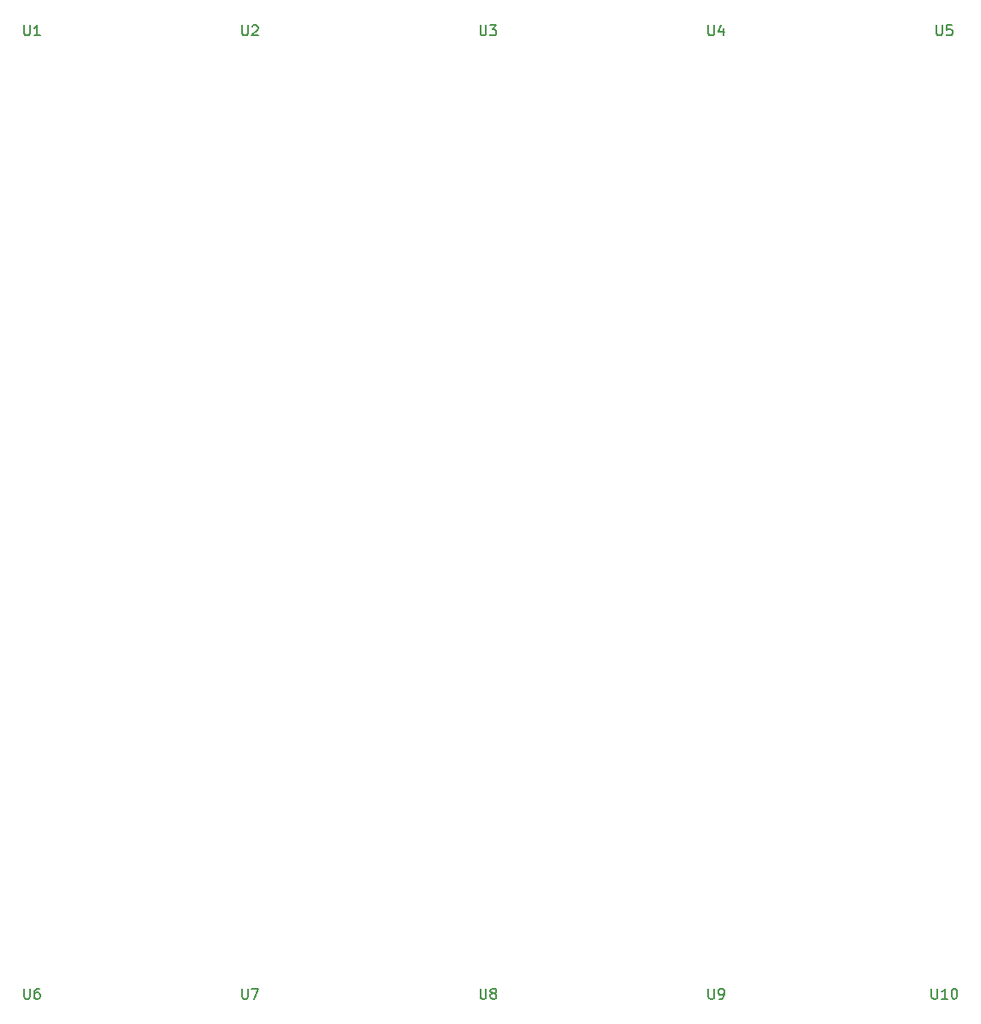
<source format=gbr>
G04 #@! TF.GenerationSoftware,KiCad,Pcbnew,5.1.5-1.fc30*
G04 #@! TF.CreationDate,2021-07-11T15:27:43+02:00*
G04 #@! TF.ProjectId,wire-haloscope,77697265-2d68-4616-9c6f-73636f70652e,rev?*
G04 #@! TF.SameCoordinates,Original*
G04 #@! TF.FileFunction,Legend,Top*
G04 #@! TF.FilePolarity,Positive*
%FSLAX46Y46*%
G04 Gerber Fmt 4.6, Leading zero omitted, Abs format (unit mm)*
G04 Created by KiCad (PCBNEW 5.1.5-1.fc30) date 2021-07-11 15:27:43*
%MOMM*%
%LPD*%
G04 APERTURE LIST*
%ADD10C,0.150000*%
G04 APERTURE END LIST*
D10*
X54238095Y-47420380D02*
X54238095Y-48229904D01*
X54285714Y-48325142D01*
X54333333Y-48372761D01*
X54428571Y-48420380D01*
X54619047Y-48420380D01*
X54714285Y-48372761D01*
X54761904Y-48325142D01*
X54809523Y-48229904D01*
X54809523Y-47420380D01*
X55809523Y-48420380D02*
X55238095Y-48420380D01*
X55523809Y-48420380D02*
X55523809Y-47420380D01*
X55428571Y-47563238D01*
X55333333Y-47658476D01*
X55238095Y-47706095D01*
X75738095Y-47420380D02*
X75738095Y-48229904D01*
X75785714Y-48325142D01*
X75833333Y-48372761D01*
X75928571Y-48420380D01*
X76119047Y-48420380D01*
X76214285Y-48372761D01*
X76261904Y-48325142D01*
X76309523Y-48229904D01*
X76309523Y-47420380D01*
X76738095Y-47515619D02*
X76785714Y-47468000D01*
X76880952Y-47420380D01*
X77119047Y-47420380D01*
X77214285Y-47468000D01*
X77261904Y-47515619D01*
X77309523Y-47610857D01*
X77309523Y-47706095D01*
X77261904Y-47848952D01*
X76690476Y-48420380D01*
X77309523Y-48420380D01*
X99238095Y-47420380D02*
X99238095Y-48229904D01*
X99285714Y-48325142D01*
X99333333Y-48372761D01*
X99428571Y-48420380D01*
X99619047Y-48420380D01*
X99714285Y-48372761D01*
X99761904Y-48325142D01*
X99809523Y-48229904D01*
X99809523Y-47420380D01*
X100190476Y-47420380D02*
X100809523Y-47420380D01*
X100476190Y-47801333D01*
X100619047Y-47801333D01*
X100714285Y-47848952D01*
X100761904Y-47896571D01*
X100809523Y-47991809D01*
X100809523Y-48229904D01*
X100761904Y-48325142D01*
X100714285Y-48372761D01*
X100619047Y-48420380D01*
X100333333Y-48420380D01*
X100238095Y-48372761D01*
X100190476Y-48325142D01*
X121738095Y-47420380D02*
X121738095Y-48229904D01*
X121785714Y-48325142D01*
X121833333Y-48372761D01*
X121928571Y-48420380D01*
X122119047Y-48420380D01*
X122214285Y-48372761D01*
X122261904Y-48325142D01*
X122309523Y-48229904D01*
X122309523Y-47420380D01*
X123214285Y-47753714D02*
X123214285Y-48420380D01*
X122976190Y-47372761D02*
X122738095Y-48087047D01*
X123357142Y-48087047D01*
X144238095Y-47420380D02*
X144238095Y-48229904D01*
X144285714Y-48325142D01*
X144333333Y-48372761D01*
X144428571Y-48420380D01*
X144619047Y-48420380D01*
X144714285Y-48372761D01*
X144761904Y-48325142D01*
X144809523Y-48229904D01*
X144809523Y-47420380D01*
X145761904Y-47420380D02*
X145285714Y-47420380D01*
X145238095Y-47896571D01*
X145285714Y-47848952D01*
X145380952Y-47801333D01*
X145619047Y-47801333D01*
X145714285Y-47848952D01*
X145761904Y-47896571D01*
X145809523Y-47991809D01*
X145809523Y-48229904D01*
X145761904Y-48325142D01*
X145714285Y-48372761D01*
X145619047Y-48420380D01*
X145380952Y-48420380D01*
X145285714Y-48372761D01*
X145238095Y-48325142D01*
X54238095Y-142452380D02*
X54238095Y-143261904D01*
X54285714Y-143357142D01*
X54333333Y-143404761D01*
X54428571Y-143452380D01*
X54619047Y-143452380D01*
X54714285Y-143404761D01*
X54761904Y-143357142D01*
X54809523Y-143261904D01*
X54809523Y-142452380D01*
X55714285Y-142452380D02*
X55523809Y-142452380D01*
X55428571Y-142500000D01*
X55380952Y-142547619D01*
X55285714Y-142690476D01*
X55238095Y-142880952D01*
X55238095Y-143261904D01*
X55285714Y-143357142D01*
X55333333Y-143404761D01*
X55428571Y-143452380D01*
X55619047Y-143452380D01*
X55714285Y-143404761D01*
X55761904Y-143357142D01*
X55809523Y-143261904D01*
X55809523Y-143023809D01*
X55761904Y-142928571D01*
X55714285Y-142880952D01*
X55619047Y-142833333D01*
X55428571Y-142833333D01*
X55333333Y-142880952D01*
X55285714Y-142928571D01*
X55238095Y-143023809D01*
X75738095Y-142452380D02*
X75738095Y-143261904D01*
X75785714Y-143357142D01*
X75833333Y-143404761D01*
X75928571Y-143452380D01*
X76119047Y-143452380D01*
X76214285Y-143404761D01*
X76261904Y-143357142D01*
X76309523Y-143261904D01*
X76309523Y-142452380D01*
X76690476Y-142452380D02*
X77357142Y-142452380D01*
X76928571Y-143452380D01*
X99238095Y-142452380D02*
X99238095Y-143261904D01*
X99285714Y-143357142D01*
X99333333Y-143404761D01*
X99428571Y-143452380D01*
X99619047Y-143452380D01*
X99714285Y-143404761D01*
X99761904Y-143357142D01*
X99809523Y-143261904D01*
X99809523Y-142452380D01*
X100428571Y-142880952D02*
X100333333Y-142833333D01*
X100285714Y-142785714D01*
X100238095Y-142690476D01*
X100238095Y-142642857D01*
X100285714Y-142547619D01*
X100333333Y-142500000D01*
X100428571Y-142452380D01*
X100619047Y-142452380D01*
X100714285Y-142500000D01*
X100761904Y-142547619D01*
X100809523Y-142642857D01*
X100809523Y-142690476D01*
X100761904Y-142785714D01*
X100714285Y-142833333D01*
X100619047Y-142880952D01*
X100428571Y-142880952D01*
X100333333Y-142928571D01*
X100285714Y-142976190D01*
X100238095Y-143071428D01*
X100238095Y-143261904D01*
X100285714Y-143357142D01*
X100333333Y-143404761D01*
X100428571Y-143452380D01*
X100619047Y-143452380D01*
X100714285Y-143404761D01*
X100761904Y-143357142D01*
X100809523Y-143261904D01*
X100809523Y-143071428D01*
X100761904Y-142976190D01*
X100714285Y-142928571D01*
X100619047Y-142880952D01*
X121738095Y-142452380D02*
X121738095Y-143261904D01*
X121785714Y-143357142D01*
X121833333Y-143404761D01*
X121928571Y-143452380D01*
X122119047Y-143452380D01*
X122214285Y-143404761D01*
X122261904Y-143357142D01*
X122309523Y-143261904D01*
X122309523Y-142452380D01*
X122833333Y-143452380D02*
X123023809Y-143452380D01*
X123119047Y-143404761D01*
X123166666Y-143357142D01*
X123261904Y-143214285D01*
X123309523Y-143023809D01*
X123309523Y-142642857D01*
X123261904Y-142547619D01*
X123214285Y-142500000D01*
X123119047Y-142452380D01*
X122928571Y-142452380D01*
X122833333Y-142500000D01*
X122785714Y-142547619D01*
X122738095Y-142642857D01*
X122738095Y-142880952D01*
X122785714Y-142976190D01*
X122833333Y-143023809D01*
X122928571Y-143071428D01*
X123119047Y-143071428D01*
X123214285Y-143023809D01*
X123261904Y-142976190D01*
X123309523Y-142880952D01*
X143761904Y-142452380D02*
X143761904Y-143261904D01*
X143809523Y-143357142D01*
X143857142Y-143404761D01*
X143952380Y-143452380D01*
X144142857Y-143452380D01*
X144238095Y-143404761D01*
X144285714Y-143357142D01*
X144333333Y-143261904D01*
X144333333Y-142452380D01*
X145333333Y-143452380D02*
X144761904Y-143452380D01*
X145047619Y-143452380D02*
X145047619Y-142452380D01*
X144952380Y-142595238D01*
X144857142Y-142690476D01*
X144761904Y-142738095D01*
X145952380Y-142452380D02*
X146047619Y-142452380D01*
X146142857Y-142500000D01*
X146190476Y-142547619D01*
X146238095Y-142642857D01*
X146285714Y-142833333D01*
X146285714Y-143071428D01*
X146238095Y-143261904D01*
X146190476Y-143357142D01*
X146142857Y-143404761D01*
X146047619Y-143452380D01*
X145952380Y-143452380D01*
X145857142Y-143404761D01*
X145809523Y-143357142D01*
X145761904Y-143261904D01*
X145714285Y-143071428D01*
X145714285Y-142833333D01*
X145761904Y-142642857D01*
X145809523Y-142547619D01*
X145857142Y-142500000D01*
X145952380Y-142452380D01*
M02*

</source>
